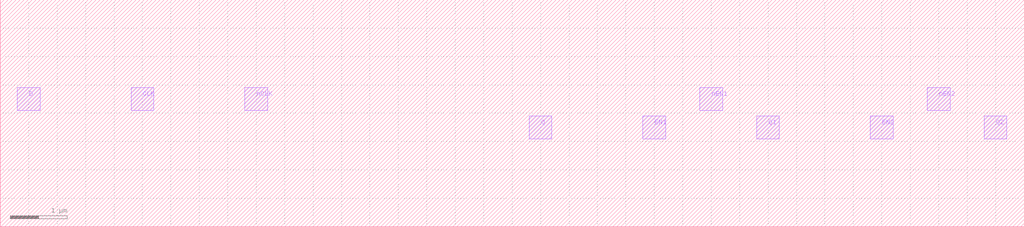
<source format=lef>
VERSION 5.7 ;
BUSBITCHARS "[]" ;
DIVIDERCHAR "/" ;

UNITS
  DATABASE MICRONS 1000 ;
END UNITS
MACRO BUF
  CLASS CORE ;
  ORIGIN 0 0 ;
  SIZE 4 BY 4 ;

  SITE CoreSite ;
    
  PIN A
      DIRECTION INPUT ;
      USE SIGNAL ;
      PORT
          LAYER M1 ;
          RECT 0.3 2.05 0.7 2.45 ;
      END
  END A
        
  PIN Y
      DIRECTION OUTPUT ;
      USE SIGNAL ;
      PORT
          LAYER M1 ;
          RECT 3.3 1.55 3.7 1.95 ;
      END
  END Y
        
END BUF

MACRO NOT
  CLASS CORE ;
  ORIGIN 0 0 ;
  SIZE 2 BY 4 ;

  SITE CoreSite ;
    
  PIN A
      DIRECTION INPUT ;
      USE SIGNAL ;
      PORT
          LAYER M1 ;
          RECT 0.3 2.05 0.7 2.45 ;
      END
  END A
        
  PIN Y
      DIRECTION OUTPUT ;
      USE SIGNAL ;
      PORT
          LAYER M1 ;
          RECT 1.3 1.55 1.7 1.95 ;
      END
  END Y
        
END NOT

MACRO TINV
  CLASS CORE ;
  ORIGIN 0 0 ;
  SIZE 4 BY 4 ;

  SITE CoreSite ;
    
  PIN A
      DIRECTION INPUT ;
      USE SIGNAL ;
      PORT
          LAYER M1 ;
          RECT 0.3 2.05 0.7 2.45 ;
      END
  END A
        
  PIN EN
      DIRECTION INPUT ;
      USE SIGNAL ;
      PORT
          LAYER M1 ;
          RECT 1.3 1.55 1.7 1.95 ;
      END
  END EN
        
  PIN nEN
      DIRECTION INPUT ;
      USE SIGNAL ;
      PORT
          LAYER M1 ;
          RECT 2.3 2.05 2.7 2.45 ;
      END
  END nEN
        
  PIN Y
      DIRECTION OUTPUT ;
      USE SIGNAL ;
      PORT
          LAYER M1 ;
          RECT 3.3 1.55 3.7 1.95 ;
      END
  END Y
        
END TINV

MACRO NAND2
  CLASS CORE ;
  ORIGIN 0 0 ;
  SIZE 4 BY 4 ;

  SITE CoreSite ;
    
  PIN A1
      DIRECTION INPUT ;
      USE SIGNAL ;
      PORT
          LAYER M1 ;
          RECT 0.3 2.05 0.7 2.45 ;
      END
  END A1
        
  PIN A2
      DIRECTION INPUT ;
      USE SIGNAL ;
      PORT
          LAYER M1 ;
          RECT 2.3 2.05 2.7 2.45 ;
      END
  END A2
        
  PIN Y
      DIRECTION OUTPUT ;
      USE SIGNAL ;
      PORT
          LAYER M1 ;
          RECT 3.3 1.55 3.7 1.95 ;
      END
  END Y
        
END NAND2

MACRO AND2
  CLASS CORE ;
  ORIGIN 0 0 ;
  SIZE 6 BY 4 ;

  SITE CoreSite ;
    
  PIN A1
      DIRECTION INPUT ;
      USE SIGNAL ;
      PORT
          LAYER M1 ;
          RECT 0.3 2.05 0.7 2.45 ;
      END
  END A1
        
  PIN A2
      DIRECTION INPUT ;
      USE SIGNAL ;
      PORT
          LAYER M1 ;
          RECT 2.3 2.05 2.7 2.45 ;
      END
  END A2
        
  PIN Y
      DIRECTION OUTPUT ;
      USE SIGNAL ;
      PORT
          LAYER M1 ;
          RECT 5.3 1.55 5.7 1.95 ;
      END
  END Y
        
END AND2

MACRO NAND3
  CLASS CORE ;
  ORIGIN 0 0 ;
  SIZE 6 BY 4 ;

  SITE CoreSite ;
    
  PIN A1
      DIRECTION INPUT ;
      USE SIGNAL ;
      PORT
          LAYER M1 ;
          RECT 0.3 2.05 0.7 2.45 ;
      END
  END A1
        
  PIN A2
      DIRECTION INPUT ;
      USE SIGNAL ;
      PORT
          LAYER M1 ;
          RECT 2.3 2.05 2.7 2.45 ;
      END
  END A2
        
  PIN A3
      DIRECTION INPUT ;
      USE SIGNAL ;
      PORT
          LAYER M1 ;
          RECT 4.3 2.05 4.7 2.45 ;
      END
  END A3
        
  PIN Y
      DIRECTION OUTPUT ;
      USE SIGNAL ;
      PORT
          LAYER M1 ;
          RECT 5.3 1.55 5.7 1.95 ;
      END
  END Y
        
END NAND3

MACRO AND3
  CLASS CORE ;
  ORIGIN 0 0 ;
  SIZE 8 BY 4 ;

  SITE CoreSite ;
    
  PIN A1
      DIRECTION INPUT ;
      USE SIGNAL ;
      PORT
          LAYER M1 ;
          RECT 0.3 2.05 0.7 2.45 ;
      END
  END A1
        
  PIN A2
      DIRECTION INPUT ;
      USE SIGNAL ;
      PORT
          LAYER M1 ;
          RECT 2.3 2.05 2.7 2.45 ;
      END
  END A2
        
  PIN A3
      DIRECTION INPUT ;
      USE SIGNAL ;
      PORT
          LAYER M1 ;
          RECT 4.3 2.05 4.7 2.45 ;
      END
  END A3
        
  PIN Y
      DIRECTION OUTPUT ;
      USE SIGNAL ;
      PORT
          LAYER M1 ;
          RECT 7.3 1.55 7.7 1.95 ;
      END
  END Y
        
END AND3

MACRO NAND4
  CLASS CORE ;
  ORIGIN 0 0 ;
  SIZE 8 BY 4 ;

  SITE CoreSite ;
    
  PIN A1
      DIRECTION INPUT ;
      USE SIGNAL ;
      PORT
          LAYER M1 ;
          RECT 0.3 2.05 0.7 2.45 ;
      END
  END A1
        
  PIN A2
      DIRECTION INPUT ;
      USE SIGNAL ;
      PORT
          LAYER M1 ;
          RECT 2.3 2.05 2.7 2.45 ;
      END
  END A2
        
  PIN A3
      DIRECTION INPUT ;
      USE SIGNAL ;
      PORT
          LAYER M1 ;
          RECT 4.3 2.05 4.7 2.45 ;
      END
  END A3
        
  PIN A4
      DIRECTION INPUT ;
      USE SIGNAL ;
      PORT
          LAYER M1 ;
          RECT 6.3 2.05 6.7 2.45 ;
      END
  END A4
        
  PIN Y
      DIRECTION OUTPUT ;
      USE SIGNAL ;
      PORT
          LAYER M1 ;
          RECT 7.3 1.55 7.7 1.95 ;
      END
  END Y
        
END NAND4

MACRO NOR2
  CLASS CORE ;
  ORIGIN 0 0 ;
  SIZE 4 BY 4 ;

  SITE CoreSite ;
    
  PIN A1
      DIRECTION INPUT ;
      USE SIGNAL ;
      PORT
          LAYER M1 ;
          RECT 0.3 2.05 0.7 2.45 ;
      END
  END A1
        
  PIN A2
      DIRECTION INPUT ;
      USE SIGNAL ;
      PORT
          LAYER M1 ;
          RECT 2.3 2.05 2.7 2.45 ;
      END
  END A2
        
  PIN Y
      DIRECTION OUTPUT ;
      USE SIGNAL ;
      PORT
          LAYER M1 ;
          RECT 3.3 1.55 3.7 1.95 ;
      END
  END Y
        
END NOR2

MACRO NOR3
  CLASS CORE ;
  ORIGIN 0 0 ;
  SIZE 6 BY 4 ;

  SITE CoreSite ;
    
  PIN A1
      DIRECTION INPUT ;
      USE SIGNAL ;
      PORT
          LAYER M1 ;
          RECT 0.3 2.05 0.7 2.45 ;
      END
  END A1
        
  PIN A2
      DIRECTION INPUT ;
      USE SIGNAL ;
      PORT
          LAYER M1 ;
          RECT 2.3 2.05 2.7 2.45 ;
      END
  END A2
        
  PIN A3
      DIRECTION INPUT ;
      USE SIGNAL ;
      PORT
          LAYER M1 ;
          RECT 4.3 2.05 4.7 2.45 ;
      END
  END A3
        
  PIN Y
      DIRECTION OUTPUT ;
      USE SIGNAL ;
      PORT
          LAYER M1 ;
          RECT 5.3 1.55 5.7 1.95 ;
      END
  END Y
        
END NOR3

MACRO NOR4
  CLASS CORE ;
  ORIGIN 0 0 ;
  SIZE 8 BY 4 ;

  SITE CoreSite ;
    
  PIN A1
      DIRECTION INPUT ;
      USE SIGNAL ;
      PORT
          LAYER M1 ;
          RECT 0.3 2.05 0.7 2.45 ;
      END
  END A1
        
  PIN A2
      DIRECTION INPUT ;
      USE SIGNAL ;
      PORT
          LAYER M1 ;
          RECT 2.3 2.05 2.7 2.45 ;
      END
  END A2
        
  PIN A3
      DIRECTION INPUT ;
      USE SIGNAL ;
      PORT
          LAYER M1 ;
          RECT 4.3 2.05 4.7 2.45 ;
      END
  END A3
        
  PIN A4
      DIRECTION INPUT ;
      USE SIGNAL ;
      PORT
          LAYER M1 ;
          RECT 6.3 2.05 6.7 2.45 ;
      END
  END A4
        
  PIN Y
      DIRECTION OUTPUT ;
      USE SIGNAL ;
      PORT
          LAYER M1 ;
          RECT 7.3 1.55 7.7 1.95 ;
      END
  END Y
        
END NOR4

MACRO AOI21
  CLASS CORE ;
  ORIGIN 0 0 ;
  SIZE 6 BY 4 ;

  SITE CoreSite ;
    
  PIN A
      DIRECTION INPUT ;
      USE SIGNAL ;
      PORT
          LAYER M1 ;
          RECT 0.3 2.05 0.7 2.45 ;
      END
  END A
        
  PIN B1
      DIRECTION INPUT ;
      USE SIGNAL ;
      PORT
          LAYER M1 ;
          RECT 2.3 2.05 2.7 2.45 ;
      END
  END B1
        
  PIN B2
      DIRECTION INPUT ;
      USE SIGNAL ;
      PORT
          LAYER M1 ;
          RECT 4.3 2.05 4.7 2.45 ;
      END
  END B2
        
  PIN Y
      DIRECTION OUTPUT ;
      USE SIGNAL ;
      PORT
          LAYER M1 ;
          RECT 5.3 1.55 5.7 1.95 ;
      END
  END Y
        
END AOI21

MACRO AOI22
  CLASS CORE ;
  ORIGIN 0 0 ;
  SIZE 8 BY 4 ;

  SITE CoreSite ;
    
  PIN A1
      DIRECTION INPUT ;
      USE SIGNAL ;
      PORT
          LAYER M1 ;
          RECT 0.3 2.05 0.7 2.45 ;
      END
  END A1
        
  PIN A2
      DIRECTION INPUT ;
      USE SIGNAL ;
      PORT
          LAYER M1 ;
          RECT 2.3 2.05 2.7 2.45 ;
      END
  END A2
        
  PIN B1
      DIRECTION INPUT ;
      USE SIGNAL ;
      PORT
          LAYER M1 ;
          RECT 4.3 2.05 4.7 2.45 ;
      END
  END B1
        
  PIN B2
      DIRECTION INPUT ;
      USE SIGNAL ;
      PORT
          LAYER M1 ;
          RECT 6.3 2.05 6.7 2.45 ;
      END
  END B2
        
  PIN Y
      DIRECTION OUTPUT ;
      USE SIGNAL ;
      PORT
          LAYER M1 ;
          RECT 7.3 1.55 7.7 1.95 ;
      END
  END Y
        
END AOI22

MACRO AOI211
  CLASS CORE ;
  ORIGIN 0 0 ;
  SIZE 8 BY 4 ;

  SITE CoreSite ;
    
  PIN A
      DIRECTION INPUT ;
      USE SIGNAL ;
      PORT
          LAYER M1 ;
          RECT 0.3 2.05 0.7 2.45 ;
      END
  END A
        
  PIN B
      DIRECTION INPUT ;
      USE SIGNAL ;
      PORT
          LAYER M1 ;
          RECT 2.3 2.05 2.7 2.45 ;
      END
  END B
        
  PIN C1
      DIRECTION INPUT ;
      USE SIGNAL ;
      PORT
          LAYER M1 ;
          RECT 4.3 2.05 4.7 2.45 ;
      END
  END C1
        
  PIN C2
      DIRECTION INPUT ;
      USE SIGNAL ;
      PORT
          LAYER M1 ;
          RECT 6.3 2.05 6.7 2.45 ;
      END
  END C2
        
  PIN Y
      DIRECTION OUTPUT ;
      USE SIGNAL ;
      PORT
          LAYER M1 ;
          RECT 7.3 1.55 7.7 1.95 ;
      END
  END Y
        
END AOI211

MACRO OAI21
  CLASS CORE ;
  ORIGIN 0 0 ;
  SIZE 6 BY 4 ;

  SITE CoreSite ;
    
  PIN A
      DIRECTION INPUT ;
      USE SIGNAL ;
      PORT
          LAYER M1 ;
          RECT 0.3 2.05 0.7 2.45 ;
      END
  END A
        
  PIN B1
      DIRECTION INPUT ;
      USE SIGNAL ;
      PORT
          LAYER M1 ;
          RECT 2.3 2.05 2.7 2.45 ;
      END
  END B1
        
  PIN B2
      DIRECTION INPUT ;
      USE SIGNAL ;
      PORT
          LAYER M1 ;
          RECT 4.3 2.05 4.7 2.45 ;
      END
  END B2
        
  PIN Y
      DIRECTION OUTPUT ;
      USE SIGNAL ;
      PORT
          LAYER M1 ;
          RECT 5.3 1.55 5.7 1.95 ;
      END
  END Y
        
END OAI21

MACRO OAI22
  CLASS CORE ;
  ORIGIN 0 0 ;
  SIZE 8 BY 4 ;

  SITE CoreSite ;
    
  PIN A1
      DIRECTION INPUT ;
      USE SIGNAL ;
      PORT
          LAYER M1 ;
          RECT 0.3 2.05 0.7 2.45 ;
      END
  END A1
        
  PIN A2
      DIRECTION INPUT ;
      USE SIGNAL ;
      PORT
          LAYER M1 ;
          RECT 2.3 2.05 2.7 2.45 ;
      END
  END A2
        
  PIN B1
      DIRECTION INPUT ;
      USE SIGNAL ;
      PORT
          LAYER M1 ;
          RECT 4.3 2.05 4.7 2.45 ;
      END
  END B1
        
  PIN B2
      DIRECTION INPUT ;
      USE SIGNAL ;
      PORT
          LAYER M1 ;
          RECT 6.3 2.05 6.7 2.45 ;
      END
  END B2
        
  PIN Y
      DIRECTION OUTPUT ;
      USE SIGNAL ;
      PORT
          LAYER M1 ;
          RECT 7.3 1.55 7.7 1.95 ;
      END
  END Y
        
END OAI22

MACRO OAI211
  CLASS CORE ;
  ORIGIN 0 0 ;
  SIZE 8 BY 4 ;

  SITE CoreSite ;
    
  PIN A
      DIRECTION INPUT ;
      USE SIGNAL ;
      PORT
          LAYER M1 ;
          RECT 0.3 2.05 0.7 2.45 ;
      END
  END A
        
  PIN B
      DIRECTION INPUT ;
      USE SIGNAL ;
      PORT
          LAYER M1 ;
          RECT 2.3 2.05 2.7 2.45 ;
      END
  END B
        
  PIN C1
      DIRECTION INPUT ;
      USE SIGNAL ;
      PORT
          LAYER M1 ;
          RECT 4.3 2.05 4.7 2.45 ;
      END
  END C1
        
  PIN C2
      DIRECTION INPUT ;
      USE SIGNAL ;
      PORT
          LAYER M1 ;
          RECT 6.3 2.05 6.7 2.45 ;
      END
  END C2
        
  PIN Y
      DIRECTION OUTPUT ;
      USE SIGNAL ;
      PORT
          LAYER M1 ;
          RECT 7.3 1.55 7.7 1.95 ;
      END
  END Y
        
END OAI211

MACRO XOR2
  CLASS CORE ;
  ORIGIN 0 0 ;
  SIZE 12 BY 4 ;

  SITE CoreSite ;
    
  PIN A
      DIRECTION INPUT ;
      USE SIGNAL ;
      PORT
          LAYER M1 ;
          RECT 0.3 2.05 0.7 2.45 ;
      END
  END A
        
  PIN B
      DIRECTION INPUT ;
      USE SIGNAL ;
      PORT
          LAYER M1 ;
          RECT 2.3 2.05 2.7 2.45 ;
      END
  END B
        
  PIN Y
      DIRECTION OUTPUT ;
      USE SIGNAL ;
      PORT
          LAYER M1 ;
          RECT 7.3 1.55 7.7 1.95 ;
      END
  END Y
        
END XOR2

MACRO XNOR2
  CLASS CORE ;
  ORIGIN 0 0 ;
  SIZE 12 BY 4 ;

  SITE CoreSite ;
    
  PIN A
      DIRECTION INPUT ;
      USE SIGNAL ;
      PORT
          LAYER M1 ;
          RECT 0.3 2.05 0.7 2.45 ;
      END
  END A
        
  PIN B
      DIRECTION INPUT ;
      USE SIGNAL ;
      PORT
          LAYER M1 ;
          RECT 2.3 2.05 2.7 2.45 ;
      END
  END B
        
  PIN Y
      DIRECTION OUTPUT ;
      USE SIGNAL ;
      PORT
          LAYER M1 ;
          RECT 7.3 1.55 7.7 1.95 ;
      END
  END Y
        
END XNOR2

MACRO D_LATCH
  CLASS CORE ;
  ORIGIN 0 0 ;
  SIZE 10 BY 4 ;

  SITE CoreSite ;
    
  PIN D
      DIRECTION INPUT ;
      USE SIGNAL ;
      PORT
          LAYER M1 ;
          RECT 0.3 2.05 0.7 2.45 ;
      END
  END D
        
  PIN CLK
      DIRECTION INPUT ;
      USE SIGNAL ;
      PORT
          LAYER M1 ;
          RECT 2.3 2.05 2.7 2.45 ;
      END
  END CLK
        
  PIN nCLK
      DIRECTION INPUT ;
      USE SIGNAL ;
      PORT
          LAYER M1 ;
          RECT 4.3 2.05 4.7 2.45 ;
      END
  END nCLK
        
  PIN nQ
      DIRECTION OUTPUT ;
      USE SIGNAL ;
      PORT
          LAYER M1 ;
          RECT 7.3 1.55 7.7 1.95 ;
      END
  END nQ
        
  PIN Q
      DIRECTION OUTPUT ;
      USE SIGNAL ;
      PORT
          LAYER M1 ;
          RECT 9.3 1.55 9.7 1.95 ;
      END
  END Q
        
END D_LATCH

MACRO D_LATCH_DUAL_READ_PORT
  CLASS CORE ;
  ORIGIN 0 0 ;
  SIZE 18 BY 4 ;

  SITE CoreSite ;
    
  PIN D
      DIRECTION INPUT ;
      USE SIGNAL ;
      PORT
          LAYER M1 ;
          RECT 0.3 2.05 0.7 2.45 ;
      END
  END D
        
  PIN CLK
      DIRECTION INPUT ;
      USE SIGNAL ;
      PORT
          LAYER M1 ;
          RECT 2.3 2.05 2.7 2.45 ;
      END
  END CLK
        
  PIN nCLK
      DIRECTION INPUT ;
      USE SIGNAL ;
      PORT
          LAYER M1 ;
          RECT 4.3 2.05 4.7 2.45 ;
      END
  END nCLK
        
  PIN Q
      DIRECTION OUTPUT ;
      USE SIGNAL ;
      PORT
          LAYER M1 ;
          RECT 9.3 1.55 9.7 1.95 ;
      END
  END Q
        
  PIN EN1
      DIRECTION INPUT ;
      USE SIGNAL ;
      PORT
          LAYER M1 ;
          RECT 11.3 1.55 11.7 1.95 ;
      END
  END EN1
        
  PIN nEN1
      DIRECTION INPUT ;
      USE SIGNAL ;
      PORT
          LAYER M1 ;
          RECT 12.3 2.05 12.7 2.45 ;
      END
  END nEN1
        
  PIN Q1
      DIRECTION OUTPUT ;
      USE SIGNAL ;
      PORT
          LAYER M1 ;
          RECT 13.3 1.55 13.7 1.95 ;
      END
  END Q1
        
  PIN EN2
      DIRECTION INPUT ;
      USE SIGNAL ;
      PORT
          LAYER M1 ;
          RECT 15.3 1.55 15.7 1.95 ;
      END
  END EN2
        
  PIN nEN2
      DIRECTION INPUT ;
      USE SIGNAL ;
      PORT
          LAYER M1 ;
          RECT 16.3 2.05 16.7 2.45 ;
      END
  END nEN2
        
  PIN Q2
      DIRECTION OUTPUT ;
      USE SIGNAL ;
      PORT
          LAYER M1 ;
          RECT 17.3 1.55 17.7 1.95 ;
      END
  END Q2
        
END D_LATCH_DUAL_READ_PORT

END LIBRARY
</source>
